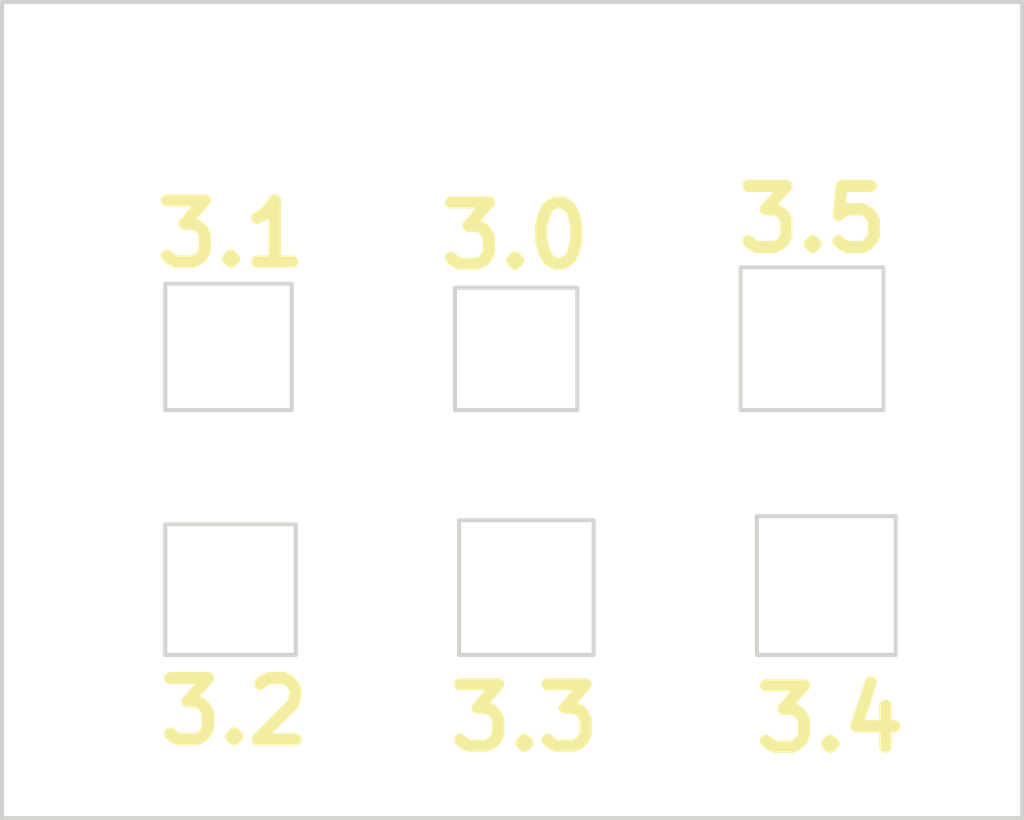
<source format=kicad_pcb>
(kicad_pcb (version 20171130) (host pcbnew 5.0.2-bee76a0~70~ubuntu16.04.1)

  (general
    (thickness 1.6)
    (drawings 34)
    (tracks 0)
    (zones 0)
    (modules 0)
    (nets 1)
  )

  (page A4)
  (layers
    (0 F.Cu signal)
    (31 B.Cu signal)
    (32 B.Adhes user)
    (33 F.Adhes user)
    (34 B.Paste user)
    (35 F.Paste user)
    (36 B.SilkS user)
    (37 F.SilkS user)
    (38 B.Mask user)
    (39 F.Mask user)
    (40 Dwgs.User user)
    (41 Cmts.User user)
    (42 Eco1.User user)
    (43 Eco2.User user)
    (44 Edge.Cuts user)
    (45 Margin user)
    (46 B.CrtYd user)
    (47 F.CrtYd user)
    (48 B.Fab user)
    (49 F.Fab user)
  )

  (setup
    (last_trace_width 0.25)
    (trace_clearance 0.2)
    (zone_clearance 0.508)
    (zone_45_only no)
    (trace_min 0.2)
    (segment_width 0.2)
    (edge_width 0.15)
    (via_size 0.8)
    (via_drill 0.4)
    (via_min_size 0.4)
    (via_min_drill 0.3)
    (uvia_size 0.3)
    (uvia_drill 0.1)
    (uvias_allowed no)
    (uvia_min_size 0.2)
    (uvia_min_drill 0.1)
    (pcb_text_width 0.3)
    (pcb_text_size 1.5 1.5)
    (mod_edge_width 0.15)
    (mod_text_size 1 1)
    (mod_text_width 0.15)
    (pad_size 1.524 1.524)
    (pad_drill 0.762)
    (pad_to_mask_clearance 0.051)
    (solder_mask_min_width 0.25)
    (aux_axis_origin 0 0)
    (visible_elements FFFFFF7F)
    (pcbplotparams
      (layerselection 0x010fc_ffffffff)
      (usegerberextensions false)
      (usegerberattributes false)
      (usegerberadvancedattributes false)
      (creategerberjobfile false)
      (excludeedgelayer true)
      (linewidth 0.100000)
      (plotframeref false)
      (viasonmask false)
      (mode 1)
      (useauxorigin false)
      (hpglpennumber 1)
      (hpglpenspeed 20)
      (hpglpendiameter 15.000000)
      (psnegative false)
      (psa4output false)
      (plotreference true)
      (plotvalue true)
      (plotinvisibletext false)
      (padsonsilk false)
      (subtractmaskfromsilk false)
      (outputformat 1)
      (mirror false)
      (drillshape 1)
      (scaleselection 1)
      (outputdirectory ""))
  )

  (net 0 "")

  (net_class Default "This is the default net class."
    (clearance 0.2)
    (trace_width 0.25)
    (via_dia 0.8)
    (via_drill 0.4)
    (uvia_dia 0.3)
    (uvia_drill 0.1)
  )

  (gr_text 3.5 (at 46.3042 26.8478) (layer F.SilkS)
    (effects (font (size 1.5 1.5) (thickness 0.3)))
  )
  (gr_text 3.0 (at 39.0144 27.2542) (layer F.SilkS)
    (effects (font (size 1.5 1.5) (thickness 0.3)))
  )
  (gr_text 3.1 (at 32.0548 27.2034) (layer F.SilkS)
    (effects (font (size 1.5 1.5) (thickness 0.3)))
  )
  (gr_text 3.4 (at 46.736 39.0906) (layer F.SilkS)
    (effects (font (size 1.5 1.5) (thickness 0.3)))
  )
  (gr_text 3.3 (at 39.243 39.0652) (layer F.SilkS)
    (effects (font (size 1.5 1.5) (thickness 0.3)))
  )
  (gr_text 3.2 (at 32.131 38.9128) (layer F.SilkS)
    (effects (font (size 1.5 1.5) (thickness 0.3)))
  )
  (gr_line (start 51.4412 41.5214) (end 51.4412 21.5214) (layer Edge.Cuts) (width 0.1))
  (gr_line (start 30.4412 28.4214) (end 30.4412 31.5214) (layer Edge.Cuts) (width 0.1))
  (gr_line (start 33.5412 28.4214) (end 30.4412 28.4214) (layer Edge.Cuts) (width 0.1))
  (gr_line (start 40.9412 34.2214) (end 37.6412 34.2214) (layer Edge.Cuts) (width 0.1))
  (gr_line (start 48.3412 37.5214) (end 48.3412 34.1214) (layer Edge.Cuts) (width 0.1))
  (gr_line (start 44.9412 37.5214) (end 48.3412 37.5214) (layer Edge.Cuts) (width 0.1))
  (gr_line (start 30.4412 37.5214) (end 33.6412 37.5214) (layer Edge.Cuts) (width 0.1))
  (gr_line (start 44.5412 28.0214) (end 44.5412 31.5214) (layer Edge.Cuts) (width 0.1))
  (gr_line (start 40.9412 37.5214) (end 40.9412 34.2214) (layer Edge.Cuts) (width 0.1))
  (gr_line (start 48.0412 28.0214) (end 44.5412 28.0214) (layer Edge.Cuts) (width 0.1))
  (gr_line (start 48.0412 31.5214) (end 48.0412 28.0214) (layer Edge.Cuts) (width 0.1))
  (gr_line (start 44.5412 31.5214) (end 48.0412 31.5214) (layer Edge.Cuts) (width 0.1))
  (gr_line (start 26.4412 41.5214) (end 51.4412 41.5214) (layer Edge.Cuts) (width 0.1))
  (gr_line (start 37.6412 34.2214) (end 37.6412 37.5214) (layer Edge.Cuts) (width 0.1))
  (gr_line (start 33.6412 34.3214) (end 30.4412 34.3214) (layer Edge.Cuts) (width 0.1))
  (gr_line (start 33.6412 37.5214) (end 33.6412 34.3214) (layer Edge.Cuts) (width 0.1))
  (gr_line (start 37.6412 37.5214) (end 40.9412 37.5214) (layer Edge.Cuts) (width 0.1))
  (gr_line (start 33.5412 31.5214) (end 33.5412 28.4214) (layer Edge.Cuts) (width 0.1))
  (gr_line (start 30.4412 31.5214) (end 33.5412 31.5214) (layer Edge.Cuts) (width 0.1))
  (gr_line (start 44.9412 34.1214) (end 44.9412 37.5214) (layer Edge.Cuts) (width 0.1))
  (gr_line (start 48.3412 34.1214) (end 44.9412 34.1214) (layer Edge.Cuts) (width 0.1))
  (gr_line (start 51.4412 21.5214) (end 26.4412 21.5214) (layer Edge.Cuts) (width 0.1))
  (gr_line (start 37.5412 28.5214) (end 37.5412 31.5214) (layer Edge.Cuts) (width 0.1))
  (gr_line (start 40.5412 28.5214) (end 37.5412 28.5214) (layer Edge.Cuts) (width 0.1))
  (gr_line (start 26.4412 21.5214) (end 26.4412 41.5214) (layer Edge.Cuts) (width 0.1))
  (gr_line (start 30.4412 34.3214) (end 30.4412 37.5214) (layer Edge.Cuts) (width 0.1))
  (gr_line (start 40.5412 31.5214) (end 40.5412 28.5214) (layer Edge.Cuts) (width 0.1))
  (gr_line (start 37.5412 31.5214) (end 40.5412 31.5214) (layer Edge.Cuts) (width 0.1))

)

</source>
